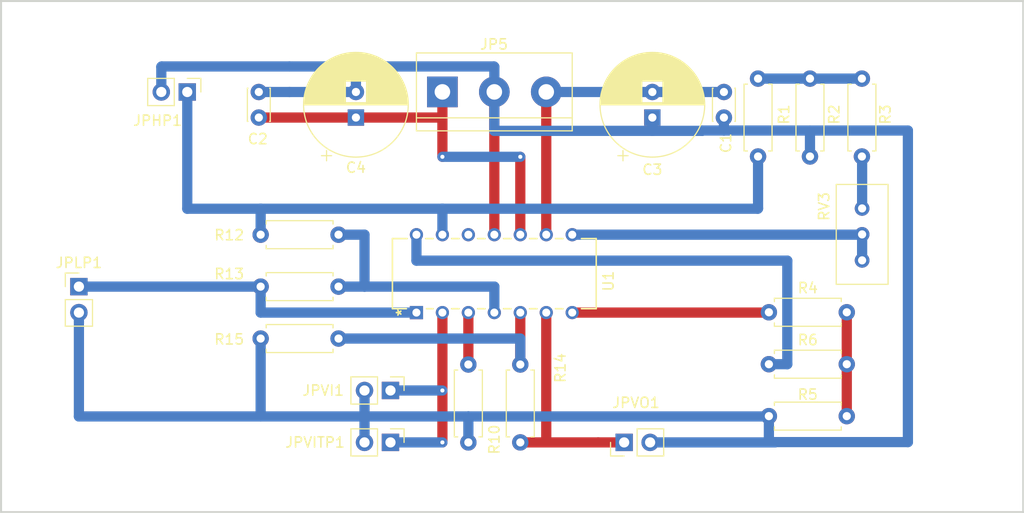
<source format=kicad_pcb>
(kicad_pcb (version 20221018) (generator pcbnew)
  (layers (0 "F.Cu" signal) (31 "B.Cu" signal) (34 "B.Paste" user) (35 "F.Paste" user) (36 "B.SilkS" user "B.Silkscreen") (37 "F.SilkS" user "F.Silkscreen") (38 "B.Mask" user) (39 "F.Mask" user) (44 "Edge.Cuts" user))
  (net 0 "")
  (net 1 "/VIN3")
  (net 2 "/VOSUM")
  (net 3 "/VOHP")
  (net 4 "+12V")
  (net 5 "Earth")
  (net 6 "-12V")
  (net 7 "/VOLP")
  (net 8 "Net-(R1-Pad2)")
  (net 9 "Net-(R3-Pad1)")
  (net 10 "/VOBP")
  (net 11 "Net-(R4-Pad2)")
  (net 12 "/V-A3")
  (net 13 "/VIN2")
  (net 14 "/V-SUM")
  (net 15 "/V-A2")
  (net 16 "/V+SUM")
  (footprint "Resistor_THT:R_Axial_DIN0207_L6.3mm_D2.5mm_P7.62mm_Horizontal" (layer "F.Cu") (at 177.8 73.66 -90)
    (fp_text reference "R10" (at 7.34 -2.54 90) (layer "F.SilkS"))
    (fp_text value "6K2")
    (pad "1" thru_hole circle (at 0 0 270) (size 1.6 1.6) (drill 0.8) (layers "*.Cu" "*.Mask") (net 13 "/VIN2"))
    (pad "2" thru_hole oval (at 7.62 0 270) (size 1.6 1.6) (drill 0.8) (layers "*.Cu" "*.Mask") (net 5 "Earth"))
  )
  (footprint "Connector_PinHeader_2.54mm:PinHeader_1x02_P2.54mm_Vertical" (layer "F.Cu") (at 139.7 66.04)
    (fp_text reference "JPLP1" (at 0 -2.33) (layer "F.SilkS"))
    (fp_text value "VOLP")
    (pad "1" thru_hole rect (at 0 0) (size 1.7 1.7) (drill 1) (layers "*.Cu" "*.Mask") (net 7 "/VOLP"))
    (pad "2" thru_hole oval (at 0 2.54) (size 1.7 1.7) (drill 1) (layers "*.Cu" "*.Mask") (net 5 "Earth"))
  )
  (footprint "TerminalBlock:TerminalBlock_bornier-3_P5.08mm" (layer "F.Cu") (at 175.26 46.99)
    (fp_text reference "JP5" (at 5.05 -4.65) (layer "F.SilkS"))
    (fp_text value "POWER IN")
    (pad "1" thru_hole rect (at 0 0) (size 3 3) (drill 1.52) (layers "*.Cu" "*.Mask") (net 4 "+12V"))
    (pad "2" thru_hole circle (at 5.08 0) (size 3 3) (drill 1.52) (layers "*.Cu" "*.Mask") (net 5 "Earth"))
    (pad "3" thru_hole circle (at 10.16 0) (size 3 3) (drill 1.52) (layers "*.Cu" "*.Mask") (net 6 "-12V"))
  )
  (footprint "Resistor_THT:R_Axial_DIN0207_L6.3mm_D2.5mm_P7.62mm_Horizontal" (layer "F.Cu") (at 206.14 53.31 90)
    (fp_text reference "R1" (at 4.11 2.54 90) (layer "F.SilkS"))
    (fp_text value "1Meg")
    (pad "1" thru_hole circle (at 0 0 90) (size 1.6 1.6) (drill 0.8) (layers "*.Cu" "*.Mask") (net 3 "/VOHP"))
    (pad "2" thru_hole oval (at 7.62 0 90) (size 1.6 1.6) (drill 0.8) (layers "*.Cu" "*.Mask") (net 8 "Net-(R1-Pad2)"))
  )
  (footprint "Connector_PinHeader_2.54mm:PinHeader_1x02_P2.54mm_Vertical" (layer "F.Cu") (at 170.18 76.2 -90)
    (fp_text reference "JPVI1" (at 0 6.58 -180) (layer "F.SilkS"))
    (fp_text value "VI")
    (pad "1" thru_hole rect (at 0 0 270) (size 1.7 1.7) (drill 1) (layers "*.Cu" "*.Mask") (net 1 "/VIN3"))
    (pad "2" thru_hole oval (at 0 2.54 270) (size 1.7 1.7) (drill 1) (layers "*.Cu" "*.Mask") (net 5 "Earth"))
  )
  (footprint "Resistor_THT:R_Axial_DIN0207_L6.3mm_D2.5mm_P7.62mm_Horizontal" (layer "F.Cu") (at 207.2 68.55)
    (fp_text reference "R4" (at 3.81 -2.37) (layer "F.SilkS"))
    (fp_text value "1Meg")
    (pad "1" thru_hole circle (at 0 0) (size 1.6 1.6) (drill 0.8) (layers "*.Cu" "*.Mask") (net 10 "/VOBP"))
    (pad "2" thru_hole oval (at 7.62 0) (size 1.6 1.6) (drill 0.8) (layers "*.Cu" "*.Mask") (net 11 "Net-(R4-Pad2)"))
  )
  (footprint "Resistor_THT:R_Axial_DIN0207_L6.3mm_D2.5mm_P7.62mm_Horizontal" (layer "F.Cu") (at 211.22 45.69 -90)
    (fp_text reference "R2" (at 3.51 -2.37 90) (layer "F.SilkS"))
    (fp_text value "1Meg")
    (pad "1" thru_hole circle (at 0 0 270) (size 1.6 1.6) (drill 0.8) (layers "*.Cu" "*.Mask") (net 8 "Net-(R1-Pad2)"))
    (pad "2" thru_hole oval (at 7.62 0 270) (size 1.6 1.6) (drill 0.8) (layers "*.Cu" "*.Mask") (net 5 "Earth"))
  )
  (footprint "Resistor_THT:R_Axial_DIN0207_L6.3mm_D2.5mm_P7.62mm_Horizontal" (layer "F.Cu") (at 214.82 78.71 180)
    (fp_text reference "R5" (at 3.82 2.11) (layer "F.SilkS"))
    (fp_text value "1Meg")
    (pad "1" thru_hole circle (at 0 0 180) (size 1.6 1.6) (drill 0.8) (layers "*.Cu" "*.Mask") (net 11 "Net-(R4-Pad2)"))
    (pad "2" thru_hole oval (at 7.62 0 180) (size 1.6 1.6) (drill 0.8) (layers "*.Cu" "*.Mask") (net 5 "Earth"))
  )
  (footprint "Potentiometer_THT:Potentiometer_Bourns_3296W_Vertical" (layer "F.Cu") (at 216.32 58.39 90)
    (fp_text reference "RV3" (at 0.19 -3.72 90) (layer "F.SilkS"))
    (fp_text value "0-250K")
    (pad "1" thru_hole circle (at 0 0 90) (size 1.44 1.44) (drill 0.8) (layers "*.Cu" "*.Mask") (net 9 "Net-(R3-Pad1)"))
    (pad "2" thru_hole circle (at -2.54 0 90) (size 1.44 1.44) (drill 0.8) (layers "*.Cu" "*.Mask") (net 15 "/V-A2"))
    (pad "3" thru_hole circle (at -5.08 0 90) (size 1.44 1.44) (drill 0.8) (layers "*.Cu" "*.Mask") (net 15 "/V-A2"))
  )
  (footprint "Resistor_THT:R_Axial_DIN0207_L6.3mm_D2.5mm_P7.62mm_Horizontal" (layer "F.Cu") (at 207.2 73.63)
    (fp_text reference "R6" (at 3.81 -2.37) (layer "F.SilkS"))
    (fp_text value "1Meg")
    (pad "1" thru_hole circle (at 0 0) (size 1.6 1.6) (drill 0.8) (layers "*.Cu" "*.Mask") (net 12 "/V-A3"))
    (pad "2" thru_hole oval (at 7.62 0) (size 1.6 1.6) (drill 0.8) (layers "*.Cu" "*.Mask") (net 11 "Net-(R4-Pad2)"))
  )
  (footprint "Capacitor_THT:CP_Radial_D10.0mm_P2.50mm" (layer "F.Cu") (at 195.8 49.5 90)
    (fp_text reference "C3" (at -5.1 0 180) (layer "F.SilkS"))
    (fp_text value "220uF")
    (pad "1" thru_hole rect (at 0 0 90) (size 1.6 1.6) (drill 0.8) (layers "*.Cu" "*.Mask") (net 5 "Earth"))
    (pad "2" thru_hole circle (at 2.5 0 90) (size 1.6 1.6) (drill 0.8) (layers "*.Cu" "*.Mask") (net 6 "-12V"))
  )
  (footprint "Capacitor_THT:C_Disc_D3.0mm_W2.0mm_P2.50mm" (layer "F.Cu") (at 202.8 47 -90)
    (fp_text reference "C1" (at 5 -0.2 90) (layer "F.SilkS"))
    (fp_text value "100nF")
    (pad "1" thru_hole circle (at 0 0 270) (size 1.6 1.6) (drill 0.8) (layers "*.Cu" "*.Mask") (net 6 "-12V"))
    (pad "2" thru_hole circle (at 2.5 0 270) (size 1.6 1.6) (drill 0.8) (layers "*.Cu" "*.Mask") (net 5 "Earth"))
  )
  (footprint "Resistor_THT:R_Axial_DIN0207_L6.3mm_D2.5mm_P7.62mm_Horizontal" (layer "F.Cu") (at 216.3 53.31 90)
    (fp_text reference "R3" (at 4.11 2.3 90) (layer "F.SilkS"))
    (fp_text value "1Meg")
    (pad "1" thru_hole circle (at 0 0 90) (size 1.6 1.6) (drill 0.8) (layers "*.Cu" "*.Mask") (net 9 "Net-(R3-Pad1)"))
    (pad "2" thru_hole oval (at 7.62 0 90) (size 1.6 1.6) (drill 0.8) (layers "*.Cu" "*.Mask") (net 8 "Net-(R1-Pad2)"))
  )
  (footprint "Capacitor_THT:CP_Radial_D10.0mm_P2.50mm" (layer "F.Cu") (at 166.8 49.5 90)
    (fp_text reference "C4" (at -4.9 0 180) (layer "F.SilkS"))
    (fp_text value "220uF")
    (pad "1" thru_hole rect (at 0 0 90) (size 1.6 1.6) (drill 0.8) (layers "*.Cu" "*.Mask") (net 4 "+12V"))
    (pad "2" thru_hole circle (at 2.5 0 90) (size 1.6 1.6) (drill 0.8) (layers "*.Cu" "*.Mask") (net 5 "Earth"))
  )
  (footprint "Resistor_THT:R_Axial_DIN0207_L6.3mm_D2.5mm_P7.62mm_Horizontal" (layer "F.Cu") (at 182.88 81.28 90)
    (fp_text reference "R14" (at 7.28 3.92 90) (layer "F.SilkS"))
    (fp_text value "9K1")
    (pad "1" thru_hole circle (at 0 0 90) (size 1.6 1.6) (drill 0.8) (layers "*.Cu" "*.Mask") (net 2 "/VOSUM"))
    (pad "2" thru_hole oval (at 7.62 0 90) (size 1.6 1.6) (drill 0.8) (layers "*.Cu" "*.Mask") (net 14 "/V-SUM"))
  )
  (footprint "UAF42:N14" (layer "F.Cu") (at 172.72 68.58 90)
    (fp_text reference "U1" (at 3.08 18.78 90 unlocked) (layer "F.SilkS"))
    (fp_text value "UAF42AP")
    (fp_text user "*" (at 0 -1.4097 90 unlocked) (layer "F.SilkS"))
    (fp_text user "*" (at 0 -1.4097 90) (layer "F.SilkS"))
    (pad "1" thru_hole rect (at 0 0 90) (size 1.2954 1.2954) (drill 0.7874) (layers "*.Cu" "*.Mask") (net 7 "/VOLP"))
    (pad "2" thru_hole circle (at 0 2.54 90) (size 1.2954 1.2954) (drill 0.7874) (layers "*.Cu" "*.Mask") (net 1 "/VIN3"))
    (pad "3" thru_hole circle (at 0 5.08 90) (size 1.2954 1.2954) (drill 0.7874) (layers "*.Cu" "*.Mask") (net 13 "/VIN2"))
    (pad "4" thru_hole circle (at 0 7.62 90) (size 1.2954 1.2954) (drill 0.7874) (layers "*.Cu" "*.Mask") (net 16 "/V+SUM"))
    (pad "5" thru_hole circle (at 0 10.16 90) (size 1.2954 1.2954) (drill 0.7874) (layers "*.Cu" "*.Mask") (net 14 "/V-SUM"))
    (pad "6" thru_hole circle (at 0 12.7 90) (size 1.2954 1.2954) (drill 0.7874) (layers "*.Cu" "*.Mask") (net 2 "/VOSUM"))
    (pad "7" thru_hole circle (at 0 15.24 90) (size 1.2954 1.2954) (drill 0.7874) (layers "*.Cu" "*.Mask") (net 10 "/VOBP"))
    (pad "8" thru_hole circle (at 7.62 15.24 90) (size 1.2954 1.2954) (drill 0.7874) (layers "*.Cu" "*.Mask") (net 15 "/V-A2"))
    (pad "9" thru_hole circle (at 7.62 12.7 90) (size 1.2954 1.2954) (drill 0.7874) (layers "*.Cu" "*.Mask") (net 6 "-12V"))
    (pad "10" thru_hole circle (at 7.62 10.16 90) (size 1.2954 1.2954) (drill 0.7874) (layers "*.Cu" "*.Mask") (net 4 "+12V"))
    (pad "11" thru_hole circle (at 7.62 7.62 90) (size 1.2954 1.2954) (drill 0.7874) (layers "*.Cu" "*.Mask") (net 5 "Earth"))
    (pad "12" thru_hole circle (at 7.62 5.08 90) (size 1.2954 1.2954) (drill 0.7874) (layers "*.Cu" "*.Mask"))
    (pad "13" thru_hole circle (at 7.62 2.54 90) (size 1.2954 1.2954) (drill 0.7874) (layers "*.Cu" "*.Mask") (net 3 "/VOHP"))
    (pad "14" thru_hole circle (at 7.62 0 90) (size 1.2954 1.2954) (drill 0.7874) (layers "*.Cu" "*.Mask") (net 12 "/V-A3"))
  )
  (footprint "Resistor_THT:R_Axial_DIN0207_L6.3mm_D2.5mm_P7.62mm_Horizontal" (layer "F.Cu") (at 165.1 60.96 180)
    (fp_text reference "R12" (at 10.7 -0.04) (layer "F.SilkS"))
    (fp_text value "1K")
    (pad "1" thru_hole circle (at 0 0 180) (size 1.6 1.6) (drill 0.8) (layers "*.Cu" "*.Mask") (net 16 "/V+SUM"))
    (pad "2" thru_hole oval (at 7.62 0 180) (size 1.6 1.6) (drill 0.8) (layers "*.Cu" "*.Mask") (net 3 "/VOHP"))
  )
  (footprint "Resistor_THT:R_Axial_DIN0207_L6.3mm_D2.5mm_P7.62mm_Horizontal" (layer "F.Cu") (at 157.48 66.04)
    (fp_text reference "R13" (at -3.08 -1.24) (layer "F.SilkS"))
    (fp_text value "1K")
    (pad "1" thru_hole circle (at 0 0) (size 1.6 1.6) (drill 0.8) (layers "*.Cu" "*.Mask") (net 7 "/VOLP"))
    (pad "2" thru_hole oval (at 7.62 0) (size 1.6 1.6) (drill 0.8) (layers "*.Cu" "*.Mask") (net 16 "/V+SUM"))
  )
  (footprint "Connector_PinHeader_2.54mm:PinHeader_1x02_P2.54mm_Vertical" (layer "F.Cu") (at 150.3 47 -90)
    (fp_text reference "JPHP1" (at 2.8 2.9 -180) (layer "F.SilkS"))
    (fp_text value "VOHP")
    (pad "1" thru_hole rect (at 0 0 270) (size 1.7 1.7) (drill 1) (layers "*.Cu" "*.Mask") (net 3 "/VOHP"))
    (pad "2" thru_hole oval (at 0 2.54 270) (size 1.7 1.7) (drill 1) (layers "*.Cu" "*.Mask") (net 5 "Earth"))
  )
  (footprint "Resistor_THT:R_Axial_DIN0207_L6.3mm_D2.5mm_P7.62mm_Horizontal" (layer "F.Cu") (at 157.48 71.12)
    (fp_text reference "R15" (at -3.08 0.08) (layer "F.SilkS"))
    (fp_text value "1K")
    (pad "1" thru_hole circle (at 0 0) (size 1.6 1.6) (drill 0.8) (layers "*.Cu" "*.Mask") (net 5 "Earth"))
    (pad "2" thru_hole oval (at 7.62 0) (size 1.6 1.6) (drill 0.8) (layers "*.Cu" "*.Mask") (net 14 "/V-SUM"))
  )
  (footprint "Capacitor_THT:C_Disc_D3.0mm_W2.0mm_P2.50mm" (layer "F.Cu") (at 157.3 49.5 90)
    (fp_text reference "C2" (at -2.1 -0.1 180) (layer "F.SilkS"))
    (fp_text value "100nF")
    (pad "1" thru_hole circle (at 0 0 90) (size 1.6 1.6) (drill 0.8) (layers "*.Cu" "*.Mask") (net 4 "+12V"))
    (pad "2" thru_hole circle (at 2.5 0 90) (size 1.6 1.6) (drill 0.8) (layers "*.Cu" "*.Mask") (net 5 "Earth"))
  )
  (footprint "Connector_PinHeader_2.54mm:PinHeader_1x02_P2.54mm_Vertical" (layer "F.Cu") (at 170.18 81.28 -90)
    (fp_text reference "JPVITP1" (at 0 7.38 -180) (layer "F.SilkS"))
    (fp_text value "VI")
    (pad "1" thru_hole rect (at 0 0 270) (size 1.7 1.7) (drill 1) (layers "*.Cu" "*.Mask") (net 1 "/VIN3"))
    (pad "2" thru_hole oval (at 0 2.54 270) (size 1.7 1.7) (drill 1) (layers "*.Cu" "*.Mask") (net 5 "Earth"))
  )
  (footprint "Connector_PinHeader_2.54mm:PinHeader_1x02_P2.54mm_Vertical" (layer "F.Cu") (at 193.04 81.28 90)
    (fp_text reference "JPVO1" (at 3.88 1.16 180) (layer "F.SilkS"))
    (fp_text value "VO")
    (pad "1" thru_hole rect (at 0 0 90) (size 1.7 1.7) (drill 1) (layers "*.Cu" "*.Mask") (net 2 "/VOSUM"))
    (pad "2" thru_hole oval (at 0 2.54 90) (size 1.7 1.7) (drill 1) (layers "*.Cu" "*.Mask") (net 5 "Earth"))
  )
  (gr_rect (start 132.08 38.1) (end 232.08 88.1) (stroke (width 0.2)) (fill none) (layer "Edge.Cuts"))
  (segment (start 175.26 81.28) (end 175.26 76.2) (width 1) (layer "F.Cu") (net 1))
  (segment (start 175.26 76.2) (end 175.26 68.58) (width 1) (layer "F.Cu") (net 1))
  (via (at 175.26 76.2) (size 0.8) (drill 0.4) (layers "F.Cu" "B.Cu") (net 1))
  (via (at 175.26 81.28) (size 0.8) (drill 0.4) (layers "F.Cu" "B.Cu") (net 1))
  (segment (start 170.18 76.2) (end 175.26 76.2) (width 1) (layer "B.Cu") (net 1))
  (segment (start 170.18 81.28) (end 175.26 81.28) (width 1) (layer "B.Cu") (net 1))
  (segment (start 185.42 81.28) (end 185.42 68.58) (width 1) (layer "F.Cu") (net 2))
  (segment (start 190.5 81.28) (end 193.04 81.28) (width 1) (layer "F.Cu") (net 2))
  (segment (start 185.42 81.28) (end 190.5 81.28) (width 1) (layer "F.Cu") (net 2))
  (segment (start 182.88 81.28) (end 185.42 81.28) (width 1) (layer "F.Cu") (net 2))
  (segment (start 206.14 58.39) (end 206.14 53.31) (width 1) (layer "B.Cu") (net 3))
  (segment (start 150.3 47) (end 150.3 58.42) (width 1) (layer "B.Cu") (net 3))
  (segment (start 175.26 58.42) (end 175.26 60.96) (width 1) (layer "B.Cu") (net 3))
  (segment (start 175.26 58.42) (end 206.11 58.42) (width 1) (layer "B.Cu") (net 3))
  (segment (start 157.48 58.42) (end 157.48 60.96) (width 1) (layer "B.Cu") (net 3))
  (segment (start 175.26 58.42) (end 157.48 58.42) (width 1) (layer "B.Cu") (net 3))
  (segment (start 150.3 58.42) (end 157.48 58.42) (width 1) (layer "B.Cu") (net 3))
  (segment (start 206.11 58.42) (end 206.14 58.39) (width 1) (layer "B.Cu") (net 3))
  (segment (start 182.88 53.34) (end 182.88 60.96) (width 1) (layer "F.Cu") (net 4))
  (segment (start 157.3 49.5) (end 166.8 49.5) (width 1) (layer "F.Cu") (net 4))
  (segment (start 166.8 49.5) (end 175.26 49.5) (width 1) (layer "F.Cu") (net 4))
  (segment (start 175.26 46.99) (end 175.26 49.5) (width 1) (layer "F.Cu") (net 4))
  (segment (start 175.26 49.5) (end 175.26 53.34) (width 1) (layer "F.Cu") (net 4))
  (via (at 182.88 53.34) (size 0.8) (drill 0.4) (layers "F.Cu" "B.Cu") (net 4))
  (via (at 175.26 53.34) (size 0.8) (drill 0.4) (layers "F.Cu" "B.Cu") (net 4))
  (segment (start 182.88 53.34) (end 175.26 53.34) (width 1) (layer "B.Cu") (net 4))
  (segment (start 180.34 46.99) (end 180.34 60.96) (width 1) (layer "F.Cu") (net 5))
  (segment (start 195.58 81.28) (end 207.77 81.28) (width 1) (layer "B.Cu") (net 5))
  (segment (start 177.8 78.74) (end 157.48 78.74) (width 1) (layer "B.Cu") (net 5))
  (segment (start 160.3 47) (end 166.8 47) (width 1) (layer "B.Cu") (net 5))
  (segment (start 177.8 81.28) (end 177.8 78.74) (width 1) (layer "B.Cu") (net 5))
  (segment (start 157.48 78.74) (end 157.48 71.12) (width 1) (layer "B.Cu") (net 5))
  (segment (start 139.7 78.74) (end 157.48 78.74) (width 1) (layer "B.Cu") (net 5))
  (segment (start 200.66 50.8) (end 195.8 50.8) (width 1) (layer "B.Cu") (net 5))
  (segment (start 207.2 78.71) (end 207.2 81.25) (width 1) (layer "B.Cu") (net 5))
  (segment (start 202.8 50.77) (end 200.69 50.77) (width 1) (layer "B.Cu") (net 5))
  (segment (start 195.8 50.8) (end 180.34 50.8) (width 1) (layer "B.Cu") (net 5))
  (segment (start 207.2 78.71) (end 207.17 78.74) (width 1) (layer "B.Cu") (net 5))
  (segment (start 220.8 81.25) (end 220.8 50.77) (width 1) (layer "B.Cu") (net 5))
  (segment (start 139.7 68.58) (end 139.7 78.74) (width 1) (layer "B.Cu") (net 5))
  (segment (start 200.69 50.77) (end 200.66 50.8) (width 1) (layer "B.Cu") (net 5))
  (segment (start 166.8 44.5) (end 180.3 44.5) (width 1) (layer "B.Cu") (net 5))
  (segment (start 147.76 44.54) (end 147.8 44.5) (width 1) (layer "B.Cu") (net 5))
  (segment (start 160.3 44.5) (end 166.8 44.5) (width 1) (layer "B.Cu") (net 5))
  (segment (start 167.64 81.28) (end 167.64 76.2) (width 1) (layer "B.Cu") (net 5))
  (segment (start 180.34 44.54) (end 180.34 46.99) (width 1) (layer "B.Cu") (net 5))
  (segment (start 180.34 50.8) (end 180.34 46.99) (width 1) (layer "B.Cu") (net 5))
  (segment (start 207.2 81.25) (end 220.8 81.25) (width 1) (layer "B.Cu") (net 5))
  (segment (start 220.8 50.77) (end 202.8 50.77) (width 1) (layer "B.Cu") (net 5))
  (segment (start 195.8 49.5) (end 195.8 50.8) (width 1) (layer "B.Cu") (net 5))
  (segment (start 202.8 49.5) (end 202.8 50.77) (width 1) (layer "B.Cu") (net 5))
  (segment (start 211.22 53.31) (end 211.22 50.77) (width 1) (layer "B.Cu") (net 5))
  (segment (start 147.8 44.5) (end 160.3 44.5) (width 1) (layer "B.Cu") (net 5))
  (segment (start 157.3 47) (end 160.3 47) (width 1) (layer "B.Cu") (net 5))
  (segment (start 147.76 47) (end 147.76 44.54) (width 1) (layer "B.Cu") (net 5))
  (segment (start 166.8 47) (end 166.8 44.5) (width 1) (layer "B.Cu") (net 5))
  (segment (start 180.3 44.5) (end 180.34 44.54) (width 1) (layer "B.Cu") (net 5))
  (segment (start 207.17 78.74) (end 177.8 78.74) (width 1) (layer "B.Cu") (net 5))
  (segment (start 207.77 81.28) (end 207.8 81.25) (width 1) (layer "B.Cu") (net 5))
  (segment (start 185.42 46.99) (end 185.42 60.96) (width 1) (layer "F.Cu") (net 6))
  (segment (start 185.43 47) (end 185.42 46.99) (width 1) (layer "B.Cu") (net 6))
  (segment (start 202.8 47) (end 195.8 47) (width 1) (layer "B.Cu") (net 6))
  (segment (start 195.8 47) (end 185.43 47) (width 1) (layer "B.Cu") (net 6))
  (segment (start 157.48 68.58) (end 172.72 68.58) (width 1) (layer "B.Cu") (net 7))
  (segment (start 139.7 66.04) (end 157.48 66.04) (width 1) (layer "B.Cu") (net 7))
  (segment (start 157.48 66.04) (end 157.48 68.58) (width 1) (layer "B.Cu") (net 7))
  (segment (start 216.3 45.69) (end 206.14 45.69) (width 1) (layer "B.Cu") (net 8))
  (segment (start 216.32 53.31) (end 216.32 58.39) (width 1) (layer "B.Cu") (net 9))
  (segment (start 207.17 68.58) (end 207.2 68.55) (width 1) (layer "F.Cu") (net 10))
  (segment (start 187.96 68.58) (end 207.17 68.58) (width 1) (layer "F.Cu") (net 10))
  (segment (start 214.82 68.55) (end 214.82 73.63) (width 1) (layer "F.Cu") (net 11))
  (segment (start 214.82 78.71) (end 214.82 73.63) (width 1) (layer "F.Cu") (net 11))
  (segment (start 209 73.63) (end 207.2 73.63) (width 1) (layer "B.Cu") (net 12))
  (segment (start 172.72 63.5) (end 209 63.5) (width 1) (layer "B.Cu") (net 12))
  (segment (start 172.72 60.96) (end 172.72 63.5) (width 1) (layer "B.Cu") (net 12))
  (segment (start 209 63.5) (end 209 73.63) (width 1) (layer "B.Cu") (net 12))
  (segment (start 177.8 73.66) (end 177.8 68.58) (width 1) (layer "F.Cu") (net 13))
  (segment (start 182.88 73.66) (end 182.88 68.58) (width 1) (layer "F.Cu") (net 14))
  (segment (start 182.88 71.12) (end 182.88 73.66) (width 1) (layer "B.Cu") (net 14))
  (segment (start 165.1 71.12) (end 182.88 71.12) (width 1) (layer "B.Cu") (net 14))
  (segment (start 216.29 60.96) (end 216.32 60.93) (width 1) (layer "B.Cu") (net 15))
  (segment (start 216.32 63.47) (end 216.32 60.93) (width 1) (layer "B.Cu") (net 15))
  (segment (start 187.96 60.96) (end 216.29 60.96) (width 1) (layer "B.Cu") (net 15))
  (segment (start 165.1 66.04) (end 167.64 66.04) (width 1) (layer "B.Cu") (net 16))
  (segment (start 167.64 60.96) (end 167.64 66.04) (width 1) (layer "B.Cu") (net 16))
  (segment (start 165.1 60.96) (end 167.64 60.96) (width 1) (layer "B.Cu") (net 16))
  (segment (start 167.64 66.04) (end 180.34 66.04) (width 1) (layer "B.Cu") (net 16))
  (segment (start 180.34 66.04) (end 180.34 68.58) (width 1) (layer "B.Cu") (net 16))
)
</source>
